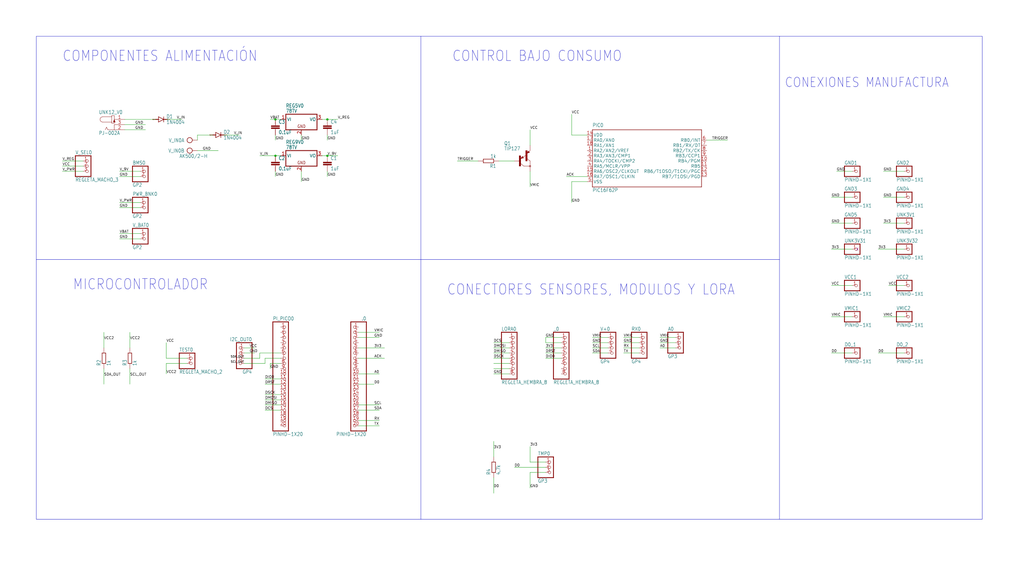
<source format=kicad_sch>
(kicad_sch (version 20250114) (generator "eeschema") (generator_version "9.0")
  (paper "User" 500.532 274.472)
  (lib_symbols
    (symbol "board1-eagle-import:1N4004"
      (property "Reference" "D" (at 2.54 0.4826 0))
      (symbol "1N4004_1_0"
        (polyline (pts (xy -1.27 1.27) (xy -1.27 0)) (stroke (width 0.254)))
        (polyline (pts (xy -1.27 0) (xy -2.54 0)) (stroke (width 0.254)))
        (polyline (pts (xy -1.27 0) (xy -1.27 -1.27)) (stroke (width 0.254)))
        (polyline (pts (xy -1.27 -1.27) (xy 1.27 0)) (stroke (width 0.254)))
        (polyline (pts (xy 1.27 1.27) (xy 1.27 0)) (stroke (width 0.254)))
        (polyline (pts (xy 1.27 0) (xy -1.27 1.27)) (stroke (width 0.254)))
        (polyline (pts (xy 1.27 0) (xy 1.27 -1.27)) (stroke (width 0.254)))
        (polyline (pts (xy 2.54 0) (xy 1.27 0)) (stroke (width 0.254)))
        (text "SpiceOrder 1" (at -2.54 0 0) (effects (font (size 0.4064 0.3454))))
        (text "SpiceOrder 2" (at 2.54 0 0) (effects (font (size 0.4064 0.3454))))
        (pin passive line (at -2.54 0 0) (length 0) (name "A") (number "A"))
        (pin passive line (at 2.54 0 180) (length 0) (name "C") (number "C"))
      )
    )
    (symbol "board1-eagle-import:78TV"
      (property "Reference" "IC" (at -7.62 5.715 0))
      (symbol "78TV_1_0"
        (polyline (pts (xy -7.62 2.54) (xy -7.62 -5.08)) (stroke (width 0.4064)))
        (polyline (pts (xy -7.62 -5.08) (xy 7.62 -5.08)) (stroke (width 0.4064)))
        (polyline (pts (xy 7.62 2.54) (xy -7.62 2.54)) (stroke (width 0.4064)))
        (polyline (pts (xy 7.62 -5.08) (xy 7.62 2.54)) (stroke (width 0.4064)))
        (text "GND" (at -2.032 -4.318 0) (effects (font (size 1.524 1.2954)) (justify left bottom)))
        (pin input line (at -10.16 0 0) (length 2.54) (name "VI") (number "1"))
        (pin passive line (at 0 -7.62 90) (length 2.54) (name "GND") (number "2"))
        (pin passive line (at 10.16 0 180) (length 2.54) (name "VO") (number "3"))
      )
    )
    (symbol "board1-eagle-import:AK500/2-H"
      (property "Reference" "X" (at -1.27 0.889 0))
      (symbol "AK500/2-H_1_0"
        (circle (center 1.27 0) (radius 1.27) (stroke (width 0.254)))
        (pin passive line (at 5.08 0 180) (length 2.54) (name "KL") (number "1"))
      )
      (symbol "AK500/2-H_2_0"
        (circle (center 1.27 0) (radius 1.27) (stroke (width 0.254)))
        (pin passive line (at 5.08 0 180) (length 2.54) (name "KL") (number "2"))
      )
    )
    (symbol "board1-eagle-import:C-EU025-024X044"
      (property "Reference" "C" (at 1.524 0.381 0))
      (symbol "C-EU025-024X044_1_0"
        (rectangle (start -2.032 -1.016) (end 2.032 -0.508) (fill (type outline)))
        (rectangle (start -2.032 -2.032) (end 2.032 -1.524) (fill (type outline)))
        (polyline (pts (xy 0 0) (xy 0 -0.508)) (stroke (width 0.1524)))
        (polyline (pts (xy 0 -2.54) (xy 0 -2.032)) (stroke (width 0.1524)))
        (pin passive line (at 0 2.54 270) (length 2.54) (name "1") (number "1"))
        (pin passive line (at 0 -5.08 90) (length 2.54) (name "2") (number "2"))
      )
    )
    (symbol "board1-eagle-import:PIC16F62P"
      (property "Reference" "IC" (at -25.4 13.97 0))
      (symbol "PIC16F62P_1_0"
        (polyline (pts (xy -25.4 12.7) (xy 27.94 12.7)) (stroke (width 0.254)))
        (polyline (pts (xy -25.4 -15.24) (xy -25.4 12.7)) (stroke (width 0.254)))
        (polyline (pts (xy 27.94 12.7) (xy 27.94 -15.24)) (stroke (width 0.254)))
        (polyline (pts (xy 27.94 -15.24) (xy -25.4 -15.24)) (stroke (width 0.254)))
        (pin power_in line (at -27.94 10.16 0) (length 2.54) (name "VDD") (number "14"))
        (pin bidirectional line (at -27.94 7.62 0) (length 2.54) (name "RA0/AN0") (number "17"))
        (pin bidirectional line (at -27.94 5.08 0) (length 2.54) (name "RA1/AN1") (number "18"))
        (pin bidirectional line (at -27.94 2.54 0) (length 2.54) (name "RA2/AN2/VREF") (number "1"))
        (pin bidirectional line (at -27.94 0 0) (length 2.54) (name "RA3/AN3/CMP1") (number "2"))
        (pin bidirectional line (at -27.94 -2.54 0) (length 2.54) (name "RA4/TOCKI/CMP2") (number "3"))
        (pin bidirectional line (at -27.94 -5.08 0) (length 2.54) (name "RA5/MCLR/VPP") (number "4"))
        (pin bidirectional line (at -27.94 -7.62 0) (length 2.54) (name "RA6/OSC2/CLKOUT") (number "15"))
        (pin bidirectional line (at -27.94 -10.16 0) (length 2.54) (name "RA7/OSC1/CLKIN") (number "16"))
        (pin power_in line (at -27.94 -12.7 0) (length 2.54) (name "VSS") (number "5"))
        (pin bidirectional line (at 30.48 7.62 180) (length 2.54) (name "RB0/INT") (number "6"))
        (pin bidirectional line (at 30.48 5.08 180) (length 2.54) (name "RB1/RX/DT") (number "7"))
        (pin bidirectional line (at 30.48 2.54 180) (length 2.54) (name "RB2/TX/CK") (number "8"))
        (pin bidirectional line (at 30.48 0 180) (length 2.54) (name "RB3/CCP1") (number "9"))
        (pin bidirectional line (at 30.48 -2.54 180) (length 2.54) (name "RB4/PGM") (number "10"))
        (pin bidirectional line (at 30.48 -5.08 180) (length 2.54) (name "RB5") (number "11"))
        (pin bidirectional line (at 30.48 -7.62 180) (length 2.54) (name "RB6/T1OSO/T1CKI/PGC") (number "12"))
        (pin bidirectional line (at 30.48 -10.16 180) (length 2.54) (name "RB7/T1OSI/PGD") (number "13"))
      )
    )
    (symbol "board1-eagle-import:PINHD-1X1"
      (property "Reference" "JP" (at -6.35 3.175 0))
      (symbol "PINHD-1X1_1_0"
        (polyline (pts (xy -6.35 2.54) (xy -6.35 -2.54)) (stroke (width 0.4064)))
        (polyline (pts (xy -6.35 -2.54) (xy 1.27 -2.54)) (stroke (width 0.4064)))
        (polyline (pts (xy 1.27 2.54) (xy -6.35 2.54)) (stroke (width 0.4064)))
        (polyline (pts (xy 1.27 -2.54) (xy 1.27 2.54)) (stroke (width 0.4064)))
        (pin passive inverted (at -2.54 0 0) (length 2.54) (name "1") (number "1"))
      )
    )
    (symbol "board1-eagle-import:PINHD-1X2"
      (property "Reference" "JP" (at -6.35 5.715 0))
      (symbol "PINHD-1X2_1_0"
        (polyline (pts (xy -6.35 5.08) (xy -6.35 -2.54)) (stroke (width 0.4064)))
        (polyline (pts (xy -6.35 -2.54) (xy 1.27 -2.54)) (stroke (width 0.4064)))
        (polyline (pts (xy 1.27 5.08) (xy -6.35 5.08)) (stroke (width 0.4064)))
        (polyline (pts (xy 1.27 -2.54) (xy 1.27 5.08)) (stroke (width 0.4064)))
        (pin passive inverted (at -2.54 2.54 0) (length 2.54) (name "1") (number "1"))
        (pin passive inverted (at -2.54 0 0) (length 2.54) (name "2") (number "2"))
      )
    )
    (symbol "board1-eagle-import:PINHD-1X20"
      (property "Reference" "JP" (at -6.35 26.035 0))
      (symbol "PINHD-1X20_1_0"
        (polyline (pts (xy -6.35 25.4) (xy -6.35 -27.94)) (stroke (width 0.4064)))
        (polyline (pts (xy -6.35 -27.94) (xy 1.27 -27.94)) (stroke (width 0.4064)))
        (polyline (pts (xy 1.27 25.4) (xy -6.35 25.4)) (stroke (width 0.4064)))
        (polyline (pts (xy 1.27 -27.94) (xy 1.27 25.4)) (stroke (width 0.4064)))
        (pin passive inverted (at -2.54 22.86 0) (length 2.54) (name "1") (number "1"))
        (pin passive inverted (at -2.54 20.32 0) (length 2.54) (name "2") (number "2"))
        (pin passive inverted (at -2.54 17.78 0) (length 2.54) (name "3") (number "3"))
        (pin passive inverted (at -2.54 15.24 0) (length 2.54) (name "4") (number "4"))
        (pin passive inverted (at -2.54 12.7 0) (length 2.54) (name "5") (number "5"))
        (pin passive inverted (at -2.54 10.16 0) (length 2.54) (name "6") (number "6"))
        (pin passive inverted (at -2.54 7.62 0) (length 2.54) (name "7") (number "7"))
        (pin passive inverted (at -2.54 5.08 0) (length 2.54) (name "8") (number "8"))
        (pin passive inverted (at -2.54 2.54 0) (length 2.54) (name "9") (number "9"))
        (pin passive inverted (at -2.54 0 0) (length 2.54) (name "10") (number "10"))
        (pin passive inverted (at -2.54 -2.54 0) (length 2.54) (name "11") (number "11"))
        (pin passive inverted (at -2.54 -5.08 0) (length 2.54) (name "12") (number "12"))
        (pin passive inverted (at -2.54 -7.62 0) (length 2.54) (name "13") (number "13"))
        (pin passive inverted (at -2.54 -10.16 0) (length 2.54) (name "14") (number "14"))
        (pin passive inverted (at -2.54 -12.7 0) (length 2.54) (name "15") (number "15"))
        (pin passive inverted (at -2.54 -15.24 0) (length 2.54) (name "16") (number "16"))
        (pin passive inverted (at -2.54 -17.78 0) (length 2.54) (name "17") (number "17"))
        (pin passive inverted (at -2.54 -20.32 0) (length 2.54) (name "18") (number "18"))
        (pin passive inverted (at -2.54 -22.86 0) (length 2.54) (name "19") (number "19"))
        (pin passive inverted (at -2.54 -25.4 0) (length 2.54) (name "20") (number "20"))
      )
    )
    (symbol "board1-eagle-import:PINHD-1X3"
      (property "Reference" "JP" (at -6.35 5.715 0))
      (symbol "PINHD-1X3_1_0"
        (polyline (pts (xy -6.35 5.08) (xy -6.35 -5.08)) (stroke (width 0.4064)))
        (polyline (pts (xy -6.35 -5.08) (xy 1.27 -5.08)) (stroke (width 0.4064)))
        (polyline (pts (xy 1.27 5.08) (xy -6.35 5.08)) (stroke (width 0.4064)))
        (polyline (pts (xy 1.27 -5.08) (xy 1.27 5.08)) (stroke (width 0.4064)))
        (pin passive inverted (at -2.54 2.54 0) (length 2.54) (name "1") (number "1"))
        (pin passive inverted (at -2.54 0 0) (length 2.54) (name "2") (number "2"))
        (pin passive inverted (at -2.54 -2.54 0) (length 2.54) (name "3") (number "3"))
      )
    )
    (symbol "board1-eagle-import:PINHD-1X4"
      (property "Reference" "JP" (at -6.35 8.255 0))
      (symbol "PINHD-1X4_1_0"
        (polyline (pts (xy -6.35 7.62) (xy -6.35 -5.08)) (stroke (width 0.4064)))
        (polyline (pts (xy -6.35 -5.08) (xy 1.27 -5.08)) (stroke (width 0.4064)))
        (polyline (pts (xy 1.27 7.62) (xy -6.35 7.62)) (stroke (width 0.4064)))
        (polyline (pts (xy 1.27 -5.08) (xy 1.27 7.62)) (stroke (width 0.4064)))
        (pin passive inverted (at -2.54 5.08 0) (length 2.54) (name "1") (number "1"))
        (pin passive inverted (at -2.54 2.54 0) (length 2.54) (name "2") (number "2"))
        (pin passive inverted (at -2.54 0 0) (length 2.54) (name "3") (number "3"))
        (pin passive inverted (at -2.54 -2.54 0) (length 2.54) (name "4") (number "4"))
      )
    )
    (symbol "board1-eagle-import:PINHD-1X8"
      (property "Reference" "JP" (at -6.35 13.335 0))
      (symbol "PINHD-1X8_1_0"
        (polyline (pts (xy -6.35 12.7) (xy -6.35 -10.16)) (stroke (width 0.4064)))
        (polyline (pts (xy -6.35 -10.16) (xy 1.27 -10.16)) (stroke (width 0.4064)))
        (polyline (pts (xy 1.27 12.7) (xy -6.35 12.7)) (stroke (width 0.4064)))
        (polyline (pts (xy 1.27 -10.16) (xy 1.27 12.7)) (stroke (width 0.4064)))
        (pin passive inverted (at -2.54 10.16 0) (length 2.54) (name "1") (number "1"))
        (pin passive inverted (at -2.54 7.62 0) (length 2.54) (name "2") (number "2"))
        (pin passive inverted (at -2.54 5.08 0) (length 2.54) (name "3") (number "3"))
        (pin passive inverted (at -2.54 2.54 0) (length 2.54) (name "4") (number "4"))
        (pin passive inverted (at -2.54 0 0) (length 2.54) (name "5") (number "5"))
        (pin passive inverted (at -2.54 -2.54 0) (length 2.54) (name "6") (number "6"))
        (pin passive inverted (at -2.54 -5.08 0) (length 2.54) (name "7") (number "7"))
        (pin passive inverted (at -2.54 -7.62 0) (length 2.54) (name "8") (number "8"))
      )
    )
    (symbol "board1-eagle-import:PJ-002A"
      (property "Reference" "J" (at -7.6211 5.0807 0))
      (symbol "PJ-002A_1_0"
        (polyline (pts (xy -5.715 3.81) (xy -1.27 3.81)) (stroke (width 0.1524)))
        (arc (start -5.715 1.27) (mid -6.985 2.54) (end -5.715 3.81) (stroke (width 0.1524)))
        (polyline (pts (xy -3.81 -1.27) (xy -4.445 -2.54)) (stroke (width 0.1524)))
        (polyline (pts (xy -3.175 -2.54) (xy -3.81 -1.27)) (stroke (width 0.1524)))
        (polyline (pts (xy -1.27 4.445) (xy -1.27 3.81)) (stroke (width 0.1524)))
        (polyline (pts (xy -1.27 3.81) (xy -1.27 1.27)) (stroke (width 0.1524)))
        (polyline (pts (xy -1.27 1.27) (xy -5.715 1.27)) (stroke (width 0.1524)))
        (polyline (pts (xy -1.27 1.27) (xy -1.27 0.635)) (stroke (width 0.1524)))
        (polyline (pts (xy -1.27 0.635) (xy 0 0.635)) (stroke (width 0.1524)))
        (polyline (pts (xy 0 4.445) (xy -1.27 4.445)) (stroke (width 0.1524)))
        (polyline (pts (xy 0 2.54) (xy -0.508 1.27) (xy 0.508 1.27)) (stroke (width 0.1524)) (fill (type outline)))
        (polyline (pts (xy 0 0.635) (xy 0 4.445)) (stroke (width 0.1524)))
        (polyline (pts (xy 0 0) (xy 0 -2.54)) (stroke (width 0.1524)))
        (polyline (pts (xy 0 -2.54) (xy -3.175 -2.54)) (stroke (width 0.1524)))
        (pin passive line (at 5.08 2.54 180) (length 5.08) (name "1") (number "1"))
        (pin passive line (at 5.08 0 180) (length 5.08) (name "3") (number "3"))
        (pin passive line (at 5.08 -2.54 180) (length 5.08) (name "2") (number "2"))
      )
    )
    (symbol "board1-eagle-import:R-EU_0204/7"
      (property "Reference" "R" (at -3.81 1.4986 0))
      (symbol "R-EU_0204/7_1_0"
        (polyline (pts (xy -2.54 -0.889) (xy -2.54 0.889)) (stroke (width 0.254)))
        (polyline (pts (xy -2.54 -0.889) (xy 2.54 -0.889)) (stroke (width 0.254)))
        (polyline (pts (xy 2.54 0.889) (xy -2.54 0.889)) (stroke (width 0.254)))
        (polyline (pts (xy 2.54 -0.889) (xy 2.54 0.889)) (stroke (width 0.254)))
        (pin passive line (at -5.08 0 0) (length 2.54) (name "1") (number "1"))
        (pin passive line (at 5.08 0 180) (length 2.54) (name "2") (number "2"))
      )
    )
    (symbol "board1-eagle-import:TIP125"
      (property "Reference" "Q" (at -7.62 7.62 0))
      (symbol "TIP125_1_0"
        (rectangle (start -0.254 -2.54) (end 0.508 2.54) (fill (type outline)))
        (polyline (pts (xy 0.508 1.143) (xy 1.878 1.497)) (stroke (width 0.1524)))
        (polyline (pts (xy 0.635 1.27) (xy 1.397 2.159)) (stroke (width 0.127)))
        (polyline (pts (xy 0.762 1.27) (xy 1.397 2.032)) (stroke (width 0.127)))
        (polyline (pts (xy 0.889 1.397) (xy 1.397 1.905)) (stroke (width 0.254)))
        (polyline (pts (xy 1.37 2.259) (xy 0.508 1.143)) (stroke (width 0.1524)))
        (polyline (pts (xy 1.397 2.159) (xy 1.778 1.524)) (stroke (width 0.127)))
        (polyline (pts (xy 1.397 2.032) (xy 1.651 1.651)) (stroke (width 0.127)))
        (polyline (pts (xy 1.397 1.905) (xy 1.397 1.778)) (stroke (width 0.254)))
        (polyline (pts (xy 1.608 1.843) (xy 2.586 2.486)) (stroke (width 0.1524)))
        (polyline (pts (xy 1.651 1.651) (xy 0.889 1.397)) (stroke (width 0.254)))
        (polyline (pts (xy 1.778 1.524) (xy 0.762 1.27)) (stroke (width 0.127)))
        (polyline (pts (xy 1.878 1.497) (xy 1.37 2.259)) (stroke (width 0.1524)))
        (polyline (pts (xy 2.032 -2.54) (xy 0.508 -1.27)) (stroke (width 0.1524)))
        (polyline (pts (xy 2.667 2.54) (xy 2.921 2.54)) (stroke (width 0.1524)))
        (rectangle (start 2.921 0) (end 3.683 5.08) (fill (type outline)))
        (polyline (pts (xy 3.683 3.81) (xy 4.799 4.191)) (stroke (width 0.1524)))
        (polyline (pts (xy 3.81 3.937) (xy 4.191 4.699)) (stroke (width 0.127)))
        (polyline (pts (xy 3.937 3.937) (xy 4.191 4.572)) (stroke (width 0.127)))
        (polyline (pts (xy 4.064 4.064) (xy 4.191 4.318)) (stroke (width 0.254)))
        (polyline (pts (xy 4.191 4.826) (xy 3.683 3.81)) (stroke (width 0.1524)))
        (polyline (pts (xy 4.191 4.699) (xy 4.699 4.191)) (stroke (width 0.127)))
        (polyline (pts (xy 4.191 4.572) (xy 4.572 4.191)) (stroke (width 0.254)))
        (polyline (pts (xy 4.191 4.318) (xy 4.318 4.318)) (stroke (width 0.254)))
        (polyline (pts (xy 4.483 4.51) (xy 5.026 5.026)) (stroke (width 0.1524)))
        (polyline (pts (xy 4.572 4.191) (xy 4.064 4.064)) (stroke (width 0.254)))
        (polyline (pts (xy 4.699 4.191) (xy 3.937 3.937)) (stroke (width 0.127)))
        (polyline (pts (xy 4.799 4.191) (xy 4.191 4.826)) (stroke (width 0.1524)))
        (polyline (pts (xy 5.08 0) (xy 3.429 1.27)) (stroke (width 0.1524)))
        (polyline (pts (xy 5.08 -2.54) (xy 2.032 -2.54)) (stroke (width 0.1524)))
        (polyline (pts (xy 5.08 -2.54) (xy 5.08 0)) (stroke (width 0.1524)))
        (circle (center 5.08 -2.54) (radius 0.381))
        (pin passive line (at -2.54 0 0) (length 2.54) (name "B") (number "1"))
        (pin passive line (at 5.08 7.62 270) (length 2.54) (name "E") (number "3"))
        (pin passive line (at 5.08 -5.08 90) (length 2.54) (name "C") (number "2"))
      )
    )
  )
  (text "CONECTORES SENSORES, MODULOS Y LORA" (at 218.44 144.78 0) (effects (font (size 5.08 4.318)) (justify left bottom)))
  (text "CONEXIONES MANUFACTURA" (at 383.54 43.18 0) (effects (font (size 4.572 3.8862)) (justify left bottom)))
  (text "CONTROL BAJO CONSUMO" (at 220.98 30.48 0) (effects (font (size 5.08 4.318)) (justify left bottom)))
  (text "MICROCONTROLADOR" (at 35.56 142.24 0) (effects (font (size 5.08 4.318)) (justify left bottom)))
  (text "COMPONENTES ALIMENTACIÓN" (at 30.48 30.48 0) (effects (font (size 5.08 4.318)) (justify left bottom)))
  (junction (at 160.02 76.2))
  (junction (at 134.62 76.2))
  (junction (at 134.62 58.42))
  (junction (at 160.02 58.42))
  (wire (pts (xy 241.3 233.68) (xy 241.3 241.3)) (stroke (width 0.1524)))
  (wire (pts (xy 68.58 86.36) (xy 58.42 86.36)) (stroke (width 0.1524)))
  (wire (pts (xy 157.48 76.2) (xy 160.02 76.2)) (stroke (width 0.1524)))
  (wire (pts (xy 175.26 175.26) (xy 187.96 175.26)) (stroke (width 0.1524)))
  (wire (pts (xy 312.42 167.64) (xy 304.8 167.64)) (stroke (width 0.1524)))
  (wire (pts (xy 274.32 172.72) (xy 266.7 172.72)) (stroke (width 0.1524)))
  (wire (pts (xy 330.2 167.64) (xy 322.58 167.64)) (stroke (width 0.1524)))
  (wire (pts (xy 81.28 58.42) (xy 88.9 58.42)) (stroke (width 0.1524)))
  (wire (pts (xy 279.4 66.04) (xy 279.4 55.88)) (stroke (width 0.1524)))
  (wire (pts (xy 248.92 182.88) (xy 241.3 182.88)) (stroke (width 0.1524)))
  (wire (pts (xy 60.96 58.42) (xy 76.2 58.42)) (stroke (width 0.1524)))
  (polyline (pts (xy 17.78 127) (xy 17.78 17.78)) (stroke (width 0.1524) (type solid)))
  (polyline (pts (xy 17.78 17.78) (xy 205.74 17.78)) (stroke (width 0.1524) (type solid)))
  (wire (pts (xy 137.16 200.66) (xy 129.54 200.66)) (stroke (width 0.1524)))
  (wire (pts (xy 259.08 83.82) (xy 259.08 91.44)) (stroke (width 0.1524)))
  (wire (pts (xy 137.16 193.04) (xy 129.54 193.04)) (stroke (width 0.1524)))
  (wire (pts (xy 134.62 66.04) (xy 134.62 68.58)) (stroke (width 0.1524)))
  (wire (pts (xy 416.56 154.94) (xy 406.4 154.94)) (stroke (width 0.1524)))
  (wire (pts (xy 96.52 73.66) (xy 106.68 73.66)) (stroke (width 0.1524)))
  (wire (pts (xy 312.42 170.18) (xy 304.8 170.18)) (stroke (width 0.1524)))
  (wire (pts (xy 330.2 170.18) (xy 322.58 170.18)) (stroke (width 0.1524)))
  (polyline (pts (xy 480.06 17.78) (xy 480.06 254)) (stroke (width 0.1524) (type solid)))
  (wire (pts (xy 63.5 180.34) (xy 63.5 187.96)) (stroke (width 0.1524)))
  (wire (pts (xy 63.5 170.18) (xy 63.5 162.56)) (stroke (width 0.1524)))
  (wire (pts (xy 137.16 185.42) (xy 129.54 185.42)) (stroke (width 0.1524)))
  (wire (pts (xy 175.26 182.88) (xy 185.42 182.88)) (stroke (width 0.1524)))
  (wire (pts (xy 243.84 78.74) (xy 251.46 78.74)) (stroke (width 0.1524)))
  (wire (pts (xy 259.08 71.12) (xy 259.08 63.5)) (stroke (width 0.1524)))
  (wire (pts (xy 134.62 76.2) (xy 127 76.2)) (stroke (width 0.1524)))
  (polyline (pts (xy 381 17.78) (xy 480.06 17.78)) (stroke (width 0.1524) (type solid)))
  (wire (pts (xy 248.92 172.72) (xy 241.3 172.72)) (stroke (width 0.1524)))
  (wire (pts (xy 287.02 66.04) (xy 279.4 66.04)) (stroke (width 0.1524)))
  (wire (pts (xy 160.02 83.82) (xy 160.02 86.36)) (stroke (width 0.1524)))
  (wire (pts (xy 175.26 165.1) (xy 185.42 165.1)) (stroke (width 0.1524)))
  (wire (pts (xy 274.32 170.18) (xy 266.7 170.18)) (stroke (width 0.1524)))
  (wire (pts (xy 266.7 231.14) (xy 259.08 231.14)) (stroke (width 0.1524)))
  (wire (pts (xy 137.16 195.58) (xy 129.54 195.58)) (stroke (width 0.1524)))
  (wire (pts (xy 134.62 58.42) (xy 132.08 58.42)) (stroke (width 0.1524)))
  (wire (pts (xy 68.58 99.06) (xy 58.42 99.06)) (stroke (width 0.1524)))
  (wire (pts (xy 60.96 60.96) (xy 71.12 60.96)) (stroke (width 0.1524)))
  (wire (pts (xy 248.92 177.8) (xy 241.3 177.8)) (stroke (width 0.1524)))
  (wire (pts (xy 241.3 223.52) (xy 241.3 215.9)) (stroke (width 0.1524)))
  (wire (pts (xy 248.92 180.34) (xy 241.3 180.34)) (stroke (width 0.1524)))
  (wire (pts (xy 416.56 172.72) (xy 406.4 172.72)) (stroke (width 0.1524)))
  (wire (pts (xy 129.54 177.8) (xy 129.54 175.26)) (stroke (width 0.1524)))
  (wire (pts (xy 137.16 187.96) (xy 129.54 187.96)) (stroke (width 0.1524)))
  (wire (pts (xy 233.68 78.74) (xy 223.52 78.74)) (stroke (width 0.1524)))
  (wire (pts (xy 312.42 172.72) (xy 304.8 172.72)) (stroke (width 0.1524)))
  (polyline (pts (xy 381 17.78) (xy 381 127)) (stroke (width 0.1524) (type solid)))
  (polyline (pts (xy 205.74 17.78) (xy 381 17.78)) (stroke (width 0.1524) (type solid)))
  (polyline (pts (xy 17.78 254) (xy 17.78 127)) (stroke (width 0.1524) (type solid)))
  (wire (pts (xy 287.02 88.9) (xy 279.4 88.9)) (stroke (width 0.1524)))
  (wire (pts (xy 175.26 162.56) (xy 185.42 162.56)) (stroke (width 0.1524)))
  (wire (pts (xy 96.52 68.58) (xy 96.52 66.04)) (stroke (width 0.1524)))
  (wire (pts (xy 274.32 175.26) (xy 266.7 175.26)) (stroke (width 0.1524)))
  (wire (pts (xy 160.02 58.42) (xy 165.1 58.42)) (stroke (width 0.1524)))
  (wire (pts (xy 40.64 81.28) (xy 30.48 81.28)) (stroke (width 0.1524)))
  (wire (pts (xy 175.26 205.74) (xy 185.42 205.74)) (stroke (width 0.1524)))
  (wire (pts (xy 266.7 167.64) (xy 274.32 167.64)) (stroke (width 0.1524)))
  (wire (pts (xy 119.38 170.18) (xy 124.46 170.18)) (stroke (width 0.1524)))
  (wire (pts (xy 416.56 121.92) (xy 406.4 121.92)) (stroke (width 0.1524)))
  (wire (pts (xy 137.16 76.2) (xy 134.62 76.2)) (stroke (width 0.1524)))
  (wire (pts (xy 441.96 139.7) (xy 434.34 139.7)) (stroke (width 0.1524)))
  (wire (pts (xy 416.56 96.52) (xy 406.4 96.52)) (stroke (width 0.1524)))
  (wire (pts (xy 157.48 58.42) (xy 160.02 58.42)) (stroke (width 0.1524)))
  (wire (pts (xy 175.26 198.12) (xy 185.42 198.12)) (stroke (width 0.1524)))
  (wire (pts (xy 68.58 114.3) (xy 58.42 114.3)) (stroke (width 0.1524)))
  (wire (pts (xy 441.96 154.94) (xy 431.8 154.94)) (stroke (width 0.1524)))
  (wire (pts (xy 160.02 66.04) (xy 160.02 68.58)) (stroke (width 0.1524)))
  (wire (pts (xy 266.7 226.06) (xy 259.08 226.06)) (stroke (width 0.1524)))
  (wire (pts (xy 147.32 66.04) (xy 147.32 68.58)) (stroke (width 0.1524)))
  (wire (pts (xy 416.56 139.7) (xy 406.4 139.7)) (stroke (width 0.1524)))
  (wire (pts (xy 137.16 58.42) (xy 134.62 58.42)) (stroke (width 0.1524)))
  (wire (pts (xy 266.7 165.1) (xy 266.7 167.64)) (stroke (width 0.1524)))
  (wire (pts (xy 147.32 83.82) (xy 147.32 88.9)) (stroke (width 0.1524)))
  (wire (pts (xy 175.26 208.28) (xy 185.42 208.28)) (stroke (width 0.1524)))
  (wire (pts (xy 40.64 83.82) (xy 30.48 83.82)) (stroke (width 0.1524)))
  (polyline (pts (xy 381 127) (xy 381 254)) (stroke (width 0.1524) (type solid)))
  (wire (pts (xy 248.92 170.18) (xy 241.3 170.18)) (stroke (width 0.1524)))
  (wire (pts (xy 132.08 177.8) (xy 132.08 180.34)) (stroke (width 0.1524)))
  (wire (pts (xy 50.8 170.18) (xy 50.8 162.56)) (stroke (width 0.1524)))
  (wire (pts (xy 297.18 170.18) (xy 289.56 170.18)) (stroke (width 0.1524)))
  (wire (pts (xy 248.92 175.26) (xy 241.3 175.26)) (stroke (width 0.1524)))
  (wire (pts (xy 287.02 86.36) (xy 276.86 86.36)) (stroke (width 0.1524)))
  (wire (pts (xy 81.28 177.8) (xy 81.28 182.88)) (stroke (width 0.1524)))
  (wire (pts (xy 312.42 165.1) (xy 304.8 165.1)) (stroke (width 0.1524)))
  (wire (pts (xy 137.16 177.8) (xy 132.08 177.8)) (stroke (width 0.1524)))
  (wire (pts (xy 68.58 101.6) (xy 58.42 101.6)) (stroke (width 0.1524)))
  (wire (pts (xy 40.64 78.74) (xy 30.48 78.74)) (stroke (width 0.1524)))
  (wire (pts (xy 297.18 165.1) (xy 289.56 165.1)) (stroke (width 0.1524)))
  (wire (pts (xy 60.96 63.5) (xy 71.12 63.5)) (stroke (width 0.1524)))
  (wire (pts (xy 297.18 167.64) (xy 289.56 167.64)) (stroke (width 0.1524)))
  (wire (pts (xy 160.02 76.2) (xy 165.1 76.2)) (stroke (width 0.1524)))
  (wire (pts (xy 96.52 66.04) (xy 104.14 66.04)) (stroke (width 0.1524)))
  (wire (pts (xy 91.44 175.26) (xy 81.28 175.26)) (stroke (width 0.1524)))
  (wire (pts (xy 441.96 96.52) (xy 431.8 96.52)) (stroke (width 0.1524)))
  (wire (pts (xy 127 172.72) (xy 137.16 172.72)) (stroke (width 0.1524)))
  (wire (pts (xy 134.62 83.82) (xy 134.62 86.36)) (stroke (width 0.1524)))
  (wire (pts (xy 175.26 170.18) (xy 187.96 170.18)) (stroke (width 0.1524)))
  (wire (pts (xy 259.08 226.06) (xy 259.08 218.44)) (stroke (width 0.1524)))
  (polyline (pts (xy 381 127) (xy 17.78 127)) (stroke (width 0.1524) (type solid)))
  (wire (pts (xy 416.56 83.82) (xy 408.94 83.82)) (stroke (width 0.1524)))
  (wire (pts (xy 109.22 66.04) (xy 116.84 66.04)) (stroke (width 0.1524)))
  (wire (pts (xy 330.2 165.1) (xy 322.58 165.1)) (stroke (width 0.1524)))
  (wire (pts (xy 119.38 175.26) (xy 127 175.26)) (stroke (width 0.1524)))
  (wire (pts (xy 68.58 116.84) (xy 58.42 116.84)) (stroke (width 0.1524)))
  (wire (pts (xy 259.08 231.14) (xy 259.08 238.76)) (stroke (width 0.1524)))
  (wire (pts (xy 441.96 109.22) (xy 431.8 109.22)) (stroke (width 0.1524)))
  (wire (pts (xy 175.26 187.96) (xy 182.88 187.96)) (stroke (width 0.1524)))
  (polyline (pts (xy 381 254) (xy 205.74 254)) (stroke (width 0.1524) (type solid)))
  (polyline (pts (xy 205.74 17.78) (xy 205.74 254)) (stroke (width 0.1524) (type solid)))
  (wire (pts (xy 127 175.26) (xy 127 172.72)) (stroke (width 0.1524)))
  (wire (pts (xy 119.38 172.72) (xy 124.46 172.72)) (stroke (width 0.1524)))
  (polyline (pts (xy 480.06 254) (xy 381 254)) (stroke (width 0.1524) (type solid)))
  (wire (pts (xy 441.96 83.82) (xy 431.8 83.82)) (stroke (width 0.1524)))
  (wire (pts (xy 266.7 228.6) (xy 251.46 228.6)) (stroke (width 0.1524)))
  (wire (pts (xy 175.26 200.66) (xy 185.42 200.66)) (stroke (width 0.1524)))
  (wire (pts (xy 50.8 180.34) (xy 50.8 187.96)) (stroke (width 0.1524)))
  (wire (pts (xy 68.58 83.82) (xy 58.42 83.82)) (stroke (width 0.1524)))
  (wire (pts (xy 441.96 172.72) (xy 429.26 172.72)) (stroke (width 0.1524)))
  (wire (pts (xy 129.54 175.26) (xy 137.16 175.26)) (stroke (width 0.1524)))
  (wire (pts (xy 119.38 177.8) (xy 129.54 177.8)) (stroke (width 0.1524)))
  (polyline (pts (xy 205.74 254) (xy 17.78 254)) (stroke (width 0.1524) (type solid)))
  (wire (pts (xy 274.32 165.1) (xy 266.7 165.1)) (stroke (width 0.1524)))
  (wire (pts (xy 345.44 68.58) (xy 355.6 68.58)) (stroke (width 0.1524)))
  (wire (pts (xy 137.16 198.12) (xy 129.54 198.12)) (stroke (width 0.1524)))
  (wire (pts (xy 416.56 109.22) (xy 406.4 109.22)) (stroke (width 0.1524)))
  (wire (pts (xy 248.92 167.64) (xy 241.3 167.64)) (stroke (width 0.1524)))
  (wire (pts (xy 81.28 175.26) (xy 81.28 167.64)) (stroke (width 0.1524)))
  (wire (pts (xy 91.44 177.8) (xy 81.28 177.8)) (stroke (width 0.1524)))
  (wire (pts (xy 441.96 121.92) (xy 429.26 121.92)) (stroke (width 0.1524)))
  (wire (pts (xy 279.4 88.9) (xy 279.4 99.06)) (stroke (width 0.1524)))
  (wire (pts (xy 297.18 172.72) (xy 289.56 172.72)) (stroke (width 0.1524)))
  (label "DIO0" (at 129.54 185.42 0) (effects (font (size 1.2446 1.2446))))
  (label "DMOSI" (at 241.3 170.18 0) (effects (font (size 1.2446 1.2446))))
  (label "GND" (at 304.8 167.64 0) (effects (font (size 1.2446 1.2446))))
  (label "GND" (at 132.08 180.34 0) (effects (font (size 1.2446 1.2446))))
  (label "GND" (at 99.06 73.66 0) (effects (font (size 1.2446 1.2446))))
  (label "3V3" (at 431.8 109.22 0) (effects (font (size 1.2446 1.2446))))
  (label "A0" (at 322.58 170.18 0) (effects (font (size 1.2446 1.2446))))
  (label "GND" (at 58.42 101.6 0) (effects (font (size 1.2446 1.2446))))
  (label "SDA_OUT" (at 50.8 184.15 0) (effects (font (size 1.2446 1.2446))))
  (label "GND" (at 160.02 68.58 0) (effects (font (size 1.2446 1.2446))))
  (label "TX" (at 182.88 208.28 0) (effects (font (size 1.2446 1.2446))))
  (label "GND" (at 121.92 172.72 0) (effects (font (size 1.2446 1.2446))))
  (label "GND" (at 322.58 167.64 0) (effects (font (size 1.2446 1.2446))))
  (label "GND" (at 289.56 167.64 0) (effects (font (size 1.2446 1.2446))))
  (label "DRST" (at 266.7 172.72 0) (effects (font (size 1.2446 1.2446))))
  (label "3V3" (at 182.88 170.18 0) (effects (font (size 1.2446 1.2446))))
  (label "D0" (at 251.46 228.6 0) (effects (font (size 1.2446 1.2446))))
  (label "DSCK" (at 129.54 193.04 0) (effects (font (size 1.2446 1.2446))))
  (label "3V3" (at 429.26 121.92 0) (effects (font (size 1.2446 1.2446))))
  (label "GND" (at 406.4 109.22 0) (effects (font (size 1.2446 1.2446))))
  (label "TX" (at 304.8 172.72 0) (effects (font (size 1.2446 1.2446))))
  (label "GND" (at 259.08 238.76 0) (effects (font (size 1.2446 1.2446))))
  (label "V_PWR" (at 58.42 99.06 0) (effects (font (size 1.2446 1.2446))))
  (label "VCC" (at 121.92 170.18 0) (effects (font (size 1.2446 1.2446))))
  (label "3V3" (at 406.4 121.92 0) (effects (font (size 1.2446 1.2446))))
  (label "D0" (at 182.88 187.96 0) (effects (font (size 1.2446 1.2446))))
  (label "VBAT" (at 58.42 114.3 0) (effects (font (size 1.2446 1.2446))))
  (label "TRIGGER" (at 347.98 68.58 0) (effects (font (size 1.2446 1.2446))))
  (label "SDA_OUT" (at 119.38 175.26 180) (effects (font (size 1.016 1.016))))
  (label "D0" (at 406.4 172.72 0) (effects (font (size 1.2446 1.2446))))
  (label "DSCK" (at 241.3 175.26 0) (effects (font (size 1.2446 1.2446))))
  (label "3V3" (at 266.7 170.18 0) (effects (font (size 1.2446 1.2446))))
  (label "GND" (at 182.88 165.1 0) (effects (font (size 1.2446 1.2446))))
  (label "3V3" (at 241.3 219.71 0) (effects (font (size 1.2446 1.2446))))
  (label "GND" (at 406.4 96.52 0) (effects (font (size 1.2446 1.2446))))
  (label "GND" (at 66.04 60.96 0) (effects (font (size 1.2446 1.2446))))
  (label "VCC" (at 30.48 81.28 0) (effects (font (size 1.2446 1.2446))))
  (label "VCC" (at 259.08 63.5 0) (effects (font (size 1.2446 1.2446))))
  (label "V_9V" (at 160.02 76.2 0) (effects (font (size 1.2446 1.2446))))
  (label "TRIGGER" (at 223.52 78.74 0) (effects (font (size 1.2446 1.2446))))
  (label "GND" (at 134.62 68.58 0) (effects (font (size 1.2446 1.2446))))
  (label "ACK" (at 182.88 175.26 0) (effects (font (size 1.2446 1.2446))))
  (label "V_IN" (at 127 76.2 0) (effects (font (size 1.2446 1.2446))))
  (label "VMIC" (at 322.58 165.1 0) (effects (font (size 1.2446 1.2446))))
  (label "SCL_OUT" (at 63.5 184.15 0) (effects (font (size 1.2446 1.2446))))
  (label "GND" (at 408.94 83.82 0) (effects (font (size 1.2446 1.2446))))
  (label "VCC2" (at 63.5 166.37 0) (effects (font (size 1.2446 1.2446))))
  (label "VCC" (at 81.28 167.64 0) (effects (font (size 1.2446 1.2446))))
  (label "DRST" (at 129.54 187.96 0) (effects (font (size 1.2446 1.2446))))
  (label "GND" (at 134.62 86.36 0) (effects (font (size 1.2446 1.2446))))
  (label "VMIC" (at 406.4 154.94 0) (effects (font (size 1.2446 1.2446))))
  (label "VCC" (at 406.4 139.7 0) (effects (font (size 1.2446 1.2446))))
  (label "GND" (at 58.42 116.84 0) (effects (font (size 1.2446 1.2446))))
  (label "V_REG" (at 30.48 78.74 0) (effects (font (size 1.2446 1.2446))))
  (label "GND" (at 147.32 88.9 0) (effects (font (size 1.2446 1.2446))))
  (label "RX" (at 182.88 205.74 0) (effects (font (size 1.2446 1.2446))))
  (label "GND" (at 279.4 99.06 0) (effects (font (size 1.2446 1.2446))))
  (label "V_PWR" (at 30.48 83.82 0) (effects (font (size 1.2446 1.2446))))
  (label "GND" (at 147.32 68.58 0) (effects (font (size 1.2446 1.2446))))
  (label "V_IN" (at 86.36 58.42 0) (effects (font (size 1.2446 1.2446))))
  (label "SCL" (at 182.88 198.12 0) (effects (font (size 1.2446 1.2446))))
  (label "V_IN" (at 114.3 66.04 0) (effects (font (size 1.2446 1.2446))))
  (label "GND" (at 160.02 86.36 0) (effects (font (size 1.2446 1.2446))))
  (label "RX" (at 304.8 170.18 0) (effects (font (size 1.2446 1.2446))))
  (label "VMIC" (at 289.56 165.1 0) (effects (font (size 1.2446 1.2446))))
  (label "VBAT" (at 132.08 58.42 0) (effects (font (size 1.2446 1.2446))))
  (label "ACK" (at 276.86 86.36 0) (effects (font (size 1.2446 1.2446))))
  (label "GND" (at 431.8 83.82 0) (effects (font (size 1.2446 1.2446))))
  (label "VMIC" (at 259.08 91.44 0) (effects (font (size 1.2446 1.2446))))
  (label "DCS" (at 241.3 167.64 0) (effects (font (size 1.2446 1.2446))))
  (label "VCC" (at 279.4 55.88 0) (effects (font (size 1.2446 1.2446))))
  (label "DMISO" (at 241.3 172.72 0) (effects (font (size 1.2446 1.2446))))
  (label "DMISO" (at 129.54 198.12 0) (effects (font (size 1.2446 1.2446))))
  (label "DIO0" (at 266.7 175.26 0) (effects (font (size 1.2446 1.2446))))
  (label "V_9V" (at 58.42 83.82 0) (effects (font (size 1.2446 1.2446))))
  (label "SDA" (at 289.56 172.72 0) (effects (font (size 1.2446 1.2446))))
  (label "VCC" (at 434.34 139.7 0) (effects (font (size 1.2446 1.2446))))
  (label "A0" (at 182.88 182.88 0) (effects (font (size 1.2446 1.2446))))
  (label "VMIC" (at 304.8 165.1 0) (effects (font (size 1.2446 1.2446))))
  (label "GND" (at 241.3 182.88 0) (effects (font (size 1.2446 1.2446))))
  (label "DCS" (at 129.54 200.66 0) (effects (font (size 1.2446 1.2446))))
  (label "GND" (at 66.04 63.5 0) (effects (font (size 1.2446 1.2446))))
  (label "VCC2" (at 50.8 166.37 0) (effects (font (size 1.2446 1.2446))))
  (label "V_REG" (at 165.1 58.42 0) (effects (font (size 1.2446 1.2446))))
  (label "GND" (at 431.8 96.52 0) (effects (font (size 1.2446 1.2446))))
  (label "GND" (at 58.42 86.36 0) (effects (font (size 1.2446 1.2446))))
  (label "D0" (at 241.3 238.76 0) (effects (font (size 1.2446 1.2446))))
  (label "VMIC" (at 431.8 154.94 0) (effects (font (size 1.2446 1.2446))))
  (label "VMIC" (at 182.88 162.56 0) (effects (font (size 1.2446 1.2446))))
  (label "GND" (at 266.7 165.1 0) (effects (font (size 1.2446 1.2446))))
  (label "D0" (at 429.26 172.72 0) (effects (font (size 1.2446 1.2446))))
  (label "SCL" (at 289.56 170.18 0) (effects (font (size 1.2446 1.2446))))
  (label "SCL_OUT" (at 119.38 177.8 180) (effects (font (size 1.016 1.016))))
  (label "3V3" (at 259.08 218.44 0) (effects (font (size 1.2446 1.2446))))
  (label "VCC2" (at 81.28 182.88 0) (effects (font (size 1.2446 1.2446))))
  (label "SDA" (at 182.88 200.66 0) (effects (font (size 1.2446 1.2446))))
  (label "DMOSI" (at 129.54 195.58 0) (effects (font (size 1.2446 1.2446))))
  (symbol (lib_id "board1-eagle-import:PINHD-1X1") (at 419.1 96.52 0) (unit 1)
    (property "Reference" "GND3" (at 412.75 93.345 0) (effects (font (size 1.778 1.5113)) (justify left bottom)))
    (property "Value" "PINHD-1X1" (at 412.75 101.6 0) (effects (font (size 1.778 1.5113)) (justify left bottom)))
    (property "Footprint" "board1:1X01" (effects (hide yes)))
  )
  (symbol (lib_id "board1-eagle-import:R-EU_0204/7") (at 238.76 78.74 180) (unit 1)
    (property "Reference" "R1" (at 242.57 80.2386 0) (effects (font (size 1.778 1.5113)) (justify left bottom)))
    (property "Value" "1k" (at 242.57 75.438 0) (effects (font (size 1.778 1.5113)) (justify left bottom)))
    (property "Footprint" "board1:0204_7" (effects (hide yes)))
  )
  (symbol (lib_id "board1-eagle-import:PINHD-1X1") (at 419.1 109.22 0) (unit 1)
    (property "Reference" "GND5" (at 412.75 106.045 0) (effects (font (size 1.778 1.5113)) (justify left bottom)))
    (property "Value" "PINHD-1X1" (at 412.75 114.3 0) (effects (font (size 1.778 1.5113)) (justify left bottom)))
    (property "Footprint" "board1:1X01" (effects (hide yes)))
  )
  (symbol (lib_id "board1-eagle-import:78TV") (at 147.32 58.42 0) (unit 1)
    (property "Reference" "REG5V0" (at 139.7 52.705 0) (effects (font (size 1.778 1.5113)) (justify left bottom)))
    (property "Value" "78TV" (at 139.7 55.245 0) (effects (font (size 1.778 1.5113)) (justify left bottom)))
    (property "Footprint" "board1:TO220V" (effects (hide yes)))
  )
  (symbol (lib_id "board1-eagle-import:PINHD-1X1") (at 444.5 109.22 0) (unit 1)
    (property "Reference" "UNK3V1" (at 438.15 106.045 0) (effects (font (size 1.778 1.5113)) (justify left bottom)))
    (property "Value" "PINHD-1X1" (at 438.15 114.3 0) (effects (font (size 1.778 1.5113)) (justify left bottom)))
    (property "Footprint" "board1:1X01" (effects (hide yes)))
  )
  (symbol (lib_id "board1-eagle-import:PINHD-1X1") (at 444.5 172.72 0) (unit 1)
    (property "Reference" "D0_2" (at 438.15 169.545 0) (effects (font (size 1.778 1.5113)) (justify left bottom)))
    (property "Value" "PINHD-1X1" (at 438.15 177.8 0) (effects (font (size 1.778 1.5113)) (justify left bottom)))
    (property "Footprint" "board1:1X01" (effects (hide yes)))
  )
  (symbol (lib_id "board1-eagle-import:PINHD-1X20") (at 172.72 182.88 0) (mirror y) (unit 1)
    (property "Reference" ".0" (at 179.07 156.845 0) (effects (font (size 1.778 1.5113)) (justify left bottom)))
    (property "Value" "PINHD-1X20" (at 179.07 213.36 0) (effects (font (size 1.778 1.5113)) (justify left bottom)))
    (property "Footprint" "board1:1X20" (effects (hide yes)))
  )
  (symbol (lib_id "board1-eagle-import:PIC16F62P") (at 314.96 76.2 0) (unit 1)
    (property "Reference" "PIC0" (at 289.56 62.23 0) (effects (font (size 1.778 1.5113)) (justify left bottom)))
    (property "Value" "PIC16F62P" (at 289.56 93.98 0) (effects (font (size 1.778 1.5113)) (justify left bottom)))
    (property "Footprint" "board1:DIL18" (effects (hide yes)))
  )
  (symbol (lib_id "board1-eagle-import:PINHD-1X8") (at 251.46 175.26 0) (unit 1)
    (property "Reference" "LORA0" (at 245.11 161.925 0) (effects (font (size 1.778 1.5113)) (justify left bottom)))
    (property "Value" "REGLETA_HEMBRA_8" (at 245.11 187.96 0) (effects (font (size 1.778 1.5113)) (justify left bottom)))
    (property "Footprint" "board1:1X08" (effects (hide yes)))
  )
  (symbol (lib_id "board1-eagle-import:R-EU_0204/7") (at 50.8 175.26 90) (unit 1)
    (property "Reference" "R2" (at 49.3014 179.07 0) (effects (font (size 1.778 1.5113)) (justify left bottom)))
    (property "Value" "1k" (at 54.102 179.07 0) (effects (font (size 1.778 1.5113)) (justify left bottom)))
    (property "Footprint" "board1:0204_7" (effects (hide yes)))
  )
  (symbol (lib_id "board1-eagle-import:PINHD-1X2") (at 71.12 116.84 0) (unit 1)
    (property "Reference" "V_BAT0" (at 64.77 111.125 0) (effects (font (size 1.778 1.5113)) (justify left bottom)))
    (property "Value" "GP2" (at 64.77 121.92 0) (effects (font (size 1.778 1.5113)) (justify left bottom)))
    (property "Footprint" "board1:1X02" (effects (hide yes)))
  )
  (symbol (lib_id "board1-eagle-import:PINHD-1X20") (at 139.7 182.88 0) (unit 1)
    (property "Reference" "PI_PICO0" (at 133.35 156.845 0) (effects (font (size 1.778 1.5113)) (justify left bottom)))
    (property "Value" "PINHD-1X20" (at 133.35 213.36 0) (effects (font (size 1.778 1.5113)) (justify left bottom)))
    (property "Footprint" "board1:1X20" (effects (hide yes)))
  )
  (symbol (lib_id "board1-eagle-import:PINHD-1X3") (at 43.18 81.28 0) (unit 1)
    (property "Reference" "V_SEL0" (at 36.83 75.565 0) (effects (font (size 1.778 1.5113)) (justify left bottom)))
    (property "Value" "REGLETA_MACHO_3" (at 36.83 88.9 0) (effects (font (size 1.778 1.5113)) (justify left bottom)))
    (property "Footprint" "board1:1X03" (effects (hide yes)))
  )
  (symbol (lib_id "board1-eagle-import:AK500/2-H") (at 91.44 68.58 0) (unit 1)
    (property "Reference" "V_IN0" (at 90.17 67.691 0) (effects (font (size 1.778 1.5113)) (justify right top)))
    (property "Value" "AK500/2-H" (effects (hide yes)))
    (property "Footprint" "board1:AK500_2-H" (effects (hide yes)))
  )
  (symbol (lib_id "board1-eagle-import:PINHD-1X1") (at 444.5 121.92 0) (unit 1)
    (property "Reference" "UNK3V32" (at 438.15 118.745 0) (effects (font (size 1.778 1.5113)) (justify left bottom)))
    (property "Value" "PINHD-1X1" (at 438.15 127 0) (effects (font (size 1.778 1.5113)) (justify left bottom)))
    (property "Footprint" "board1:1X01" (effects (hide yes)))
  )
  (symbol (lib_id "board1-eagle-import:R-EU_0204/7") (at 241.3 228.6 90) (unit 1)
    (property "Reference" "R4" (at 239.8014 232.41 0) (effects (font (size 1.778 1.5113)) (justify left bottom)))
    (property "Value" "4.7k" (at 244.602 232.41 0) (effects (font (size 1.778 1.5113)) (justify left bottom)))
    (property "Footprint" "board1:0204_7" (effects (hide yes)))
  )
  (symbol (lib_id "board1-eagle-import:PINHD-1X4") (at 116.84 175.26 0) (mirror y) (unit 1)
    (property "Reference" "I2C_OUT0" (at 123.19 167.005 0) (effects (font (size 1.778 1.5113)) (justify left bottom)))
    (property "Value" "GP4" (at 123.19 182.88 0) (effects (font (size 1.778 1.5113)) (justify left bottom)))
    (property "Footprint" "board1:1X04" (effects (hide yes)))
  )
  (symbol (lib_id "board1-eagle-import:1N4004") (at 78.74 58.42 0) (unit 1)
    (property "Reference" "D1" (at 81.28 57.9374 0) (effects (font (size 1.778 1.5113)) (justify left bottom)))
    (property "Value" "1N4004" (at 81.28 60.7314 0) (effects (font (size 1.778 1.5113)) (justify left bottom)))
    (property "Footprint" "board1:DO41-10" (effects (hide yes)))
  )
  (symbol (lib_id "board1-eagle-import:PINHD-1X2") (at 71.12 86.36 0) (unit 1)
    (property "Reference" "BMS0" (at 64.77 80.645 0) (effects (font (size 1.778 1.5113)) (justify left bottom)))
    (property "Value" "GP2" (at 64.77 91.44 0) (effects (font (size 1.778 1.5113)) (justify left bottom)))
    (property "Footprint" "board1:1X02" (effects (hide yes)))
  )
  (symbol (lib_id "board1-eagle-import:PINHD-1X2") (at 93.98 177.8 0) (unit 1)
    (property "Reference" "TEST0" (at 87.63 172.085 0) (effects (font (size 1.778 1.5113)) (justify left bottom)))
    (property "Value" "REGLETA_MACHO_2" (at 87.63 182.88 0) (effects (font (size 1.778 1.5113)) (justify left bottom)))
    (property "Footprint" "board1:1X02" (effects (hide yes)))
  )
  (symbol (lib_id "board1-eagle-import:TIP125") (at 254 78.74 0) (unit 1)
    (property "Reference" "Q1" (at 246.38 71.12 0) (effects (font (size 1.778 1.5113)) (justify left bottom)))
    (property "Value" "TIP127" (at 246.38 73.66 0) (effects (font (size 1.778 1.5113)) (justify left bottom)))
    (property "Footprint" "board1:TO220" (effects (hide yes)))
  )
  (symbol (lib_id "board1-eagle-import:PINHD-1X1") (at 419.1 172.72 0) (unit 1)
    (property "Reference" "D0_1" (at 412.75 169.545 0) (effects (font (size 1.778 1.5113)) (justify left bottom)))
    (property "Value" "PINHD-1X1" (at 412.75 177.8 0) (effects (font (size 1.778 1.5113)) (justify left bottom)))
    (property "Footprint" "board1:1X01" (effects (hide yes)))
  )
  (symbol (lib_id "board1-eagle-import:R-EU_0204/7") (at 63.5 175.26 90) (unit 1)
    (property "Reference" "R3" (at 62.0014 179.07 0) (effects (font (size 1.778 1.5113)) (justify left bottom)))
    (property "Value" "1k" (at 66.802 179.07 0) (effects (font (size 1.778 1.5113)) (justify left bottom)))
    (property "Footprint" "board1:0204_7" (effects (hide yes)))
  )
  (symbol (lib_id "board1-eagle-import:PINHD-1X1") (at 444.5 139.7 0) (unit 1)
    (property "Reference" "VCC2" (at 438.15 136.525 0) (effects (font (size 1.778 1.5113)) (justify left bottom)))
    (property "Value" "PINHD-1X1" (at 438.15 144.78 0) (effects (font (size 1.778 1.5113)) (justify left bottom)))
    (property "Footprint" "board1:1X01" (effects (hide yes)))
  )
  (symbol (lib_id "board1-eagle-import:AK500/2-H") (at 91.44 73.66 0) (unit 2)
    (property "Reference" "V_IN0" (at 90.17 72.771 0) (effects (font (size 1.778 1.5113)) (justify right top)))
    (property "Value" "AK500/2-H" (at 87.63 77.343 0) (effects (font (size 1.778 1.5113)) (justify left bottom)))
    (property "Footprint" "board1:AK500_2-H" (effects (hide yes)))
  )
  (symbol (lib_id "board1-eagle-import:78TV") (at 147.32 76.2 0) (unit 1)
    (property "Reference" "REG9V0" (at 139.7 70.485 0) (effects (font (size 1.778 1.5113)) (justify left bottom)))
    (property "Value" "78TV" (at 139.7 73.025 0) (effects (font (size 1.778 1.5113)) (justify left bottom)))
    (property "Footprint" "board1:TO220V" (effects (hide yes)))
  )
  (symbol (lib_id "board1-eagle-import:PINHD-1X1") (at 419.1 154.94 0) (unit 1)
    (property "Reference" "VMIC1" (at 412.75 151.765 0) (effects (font (size 1.778 1.5113)) (justify left bottom)))
    (property "Value" "PINHD-1X1" (at 412.75 160.02 0) (effects (font (size 1.778 1.5113)) (justify left bottom)))
    (property "Footprint" "board1:1X01" (effects (hide yes)))
  )
  (symbol (lib_id "board1-eagle-import:PINHD-1X1") (at 444.5 83.82 0) (unit 1)
    (property "Reference" "GND2" (at 438.15 80.645 0) (effects (font (size 1.778 1.5113)) (justify left bottom)))
    (property "Value" "PINHD-1X1" (at 438.15 88.9 0) (effects (font (size 1.778 1.5113)) (justify left bottom)))
    (property "Footprint" "board1:1X01" (effects (hide yes)))
  )
  (symbol (lib_id "board1-eagle-import:PINHD-1X3") (at 332.74 167.64 0) (unit 1)
    (property "Reference" "A0" (at 326.39 161.925 0) (effects (font (size 1.778 1.5113)) (justify left bottom)))
    (property "Value" "GP3" (at 326.39 175.26 0) (effects (font (size 1.778 1.5113)) (justify left bottom)))
    (property "Footprint" "board1:1X03" (effects (hide yes)))
  )
  (symbol (lib_id "board1-eagle-import:C-EU025-024X044") (at 160.02 78.74 0) (unit 1)
    (property "Reference" "C1" (at 161.544 78.359 0) (effects (font (size 1.778 1.5113)) (justify left bottom)))
    (property "Value" "1uF" (at 161.544 83.439 0) (effects (font (size 1.778 1.5113)) (justify left bottom)))
    (property "Footprint" "board1:C025-024X044" (effects (hide yes)))
  )
  (symbol (lib_id "board1-eagle-import:PINHD-1X1") (at 444.5 96.52 0) (unit 1)
    (property "Reference" "GND4" (at 438.15 93.345 0) (effects (font (size 1.778 1.5113)) (justify left bottom)))
    (property "Value" "PINHD-1X1" (at 438.15 101.6 0) (effects (font (size 1.778 1.5113)) (justify left bottom)))
    (property "Footprint" "board1:1X01" (effects (hide yes)))
  )
  (symbol (lib_id "board1-eagle-import:PINHD-1X1") (at 444.5 154.94 0) (unit 1)
    (property "Reference" "VMIC2" (at 438.15 151.765 0) (effects (font (size 1.778 1.5113)) (justify left bottom)))
    (property "Value" "PINHD-1X1" (at 438.15 160.02 0) (effects (font (size 1.778 1.5113)) (justify left bottom)))
    (property "Footprint" "board1:1X01" (effects (hide yes)))
  )
  (symbol (lib_id "board1-eagle-import:PINHD-1X3") (at 269.24 228.6 0) (unit 1)
    (property "Reference" "TMP0" (at 262.89 222.885 0) (effects (font (size 1.778 1.5113)) (justify left bottom)))
    (property "Value" "GP3" (at 262.89 236.22 0) (effects (font (size 1.778 1.5113)) (justify left bottom)))
    (property "Footprint" "board1:1X03" (effects (hide yes)))
  )
  (symbol (lib_id "board1-eagle-import:PINHD-1X4") (at 299.72 170.18 0) (unit 1)
    (property "Reference" "V+0" (at 293.37 161.925 0) (effects (font (size 1.778 1.5113)) (justify left bottom)))
    (property "Value" "GP4" (at 293.37 177.8 0) (effects (font (size 1.778 1.5113)) (justify left bottom)))
    (property "Footprint" "board1:1X04" (effects (hide yes)))
  )
  (symbol (lib_id "board1-eagle-import:PINHD-1X2") (at 71.12 101.6 0) (unit 1)
    (property "Reference" "PWR_BNK0" (at 64.77 95.885 0) (effects (font (size 1.778 1.5113)) (justify left bottom)))
    (property "Value" "GP2" (at 64.77 106.68 0) (effects (font (size 1.778 1.5113)) (justify left bottom)))
    (property "Footprint" "board1:1X02" (effects (hide yes)))
  )
  (symbol (lib_id "board1-eagle-import:PINHD-1X8") (at 276.86 175.26 0) (unit 1)
    (property "Reference" "_0" (at 270.51 161.925 0) (effects (font (size 1.778 1.5113)) (justify left bottom)))
    (property "Value" "REGLETA_HEMBRA_8" (at 270.51 187.96 0) (effects (font (size 1.778 1.5113)) (justify left bottom)))
    (property "Footprint" "board1:1X08" (effects (hide yes)))
  )
  (symbol (lib_id "board1-eagle-import:PINHD-1X4") (at 314.96 170.18 0) (unit 1)
    (property "Reference" "RX0" (at 308.61 161.925 0) (effects (font (size 1.778 1.5113)) (justify left bottom)))
    (property "Value" "GP4" (at 308.61 177.8 0) (effects (font (size 1.778 1.5113)) (justify left bottom)))
    (property "Footprint" "board1:1X04" (effects (hide yes)))
  )
  (symbol (lib_id "board1-eagle-import:C-EU025-024X044") (at 134.62 78.74 0) (unit 1)
    (property "Reference" "C2" (at 136.144 78.359 0) (effects (font (size 1.778 1.5113)) (justify left bottom)))
    (property "Value" "0.1uF" (at 136.144 83.439 0) (effects (font (size 1.778 1.5113)) (justify left bottom)))
    (property "Footprint" "board1:C025-024X044" (effects (hide yes)))
  )
  (symbol (lib_id "board1-eagle-import:1N4004") (at 106.68 66.04 0) (unit 1)
    (property "Reference" "D2" (at 109.22 65.5574 0) (effects (font (size 1.778 1.5113)) (justify left bottom)))
    (property "Value" "1N4004" (at 109.22 68.3514 0) (effects (font (size 1.778 1.5113)) (justify left bottom)))
    (property "Footprint" "board1:DO41-10" (effects (hide yes)))
  )
  (symbol (lib_id "board1-eagle-import:PINHD-1X1") (at 419.1 139.7 0) (unit 1)
    (property "Reference" "VCC1" (at 412.75 136.525 0) (effects (font (size 1.778 1.5113)) (justify left bottom)))
    (property "Value" "PINHD-1X1" (at 412.75 144.78 0) (effects (font (size 1.778 1.5113)) (justify left bottom)))
    (property "Footprint" "board1:1X01" (effects (hide yes)))
  )
  (symbol (lib_id "board1-eagle-import:C-EU025-024X044") (at 160.02 60.96 0) (unit 1)
    (property "Reference" "C4" (at 161.544 60.579 0) (effects (font (size 1.778 1.5113)) (justify left bottom)))
    (property "Value" "1uF" (at 161.544 65.659 0) (effects (font (size 1.778 1.5113)) (justify left bottom)))
    (property "Footprint" "board1:C025-024X044" (effects (hide yes)))
  )
  (symbol (lib_id "board1-eagle-import:C-EU025-024X044") (at 134.62 60.96 0) (unit 1)
    (property "Reference" "C3" (at 136.144 60.579 0) (effects (font (size 1.778 1.5113)) (justify left bottom)))
    (property "Value" "0.1uF" (at 136.144 65.659 0) (effects (font (size 1.778 1.5113)) (justify left bottom)))
    (property "Footprint" "board1:C025-024X044" (effects (hide yes)))
  )
  (symbol (lib_id "board1-eagle-import:PINHD-1X1") (at 419.1 121.92 0) (unit 1)
    (property "Reference" "UNK3V31" (at 412.75 118.745 0) (effects (font (size 1.778 1.5113)) (justify left bottom)))
    (property "Value" "PINHD-1X1" (at 412.75 127 0) (effects (font (size 1.778 1.5113)) (justify left bottom)))
    (property "Footprint" "board1:1X01" (effects (hide yes)))
    (property "SPICEPREFIX" "X" (at 419.1 121.92 0))
  )
  (symbol (lib_id "board1-eagle-import:PJ-002A") (at 55.88 60.96 0) (unit 1)
    (property "Reference" "UNK12_V0" (at 48.2589 55.8793 0) (effects (font (size 1.7782 1.5114)) (justify left bottom)))
    (property "Value" "PJ-002A" (at 48.2477 66.0483 0) (effects (font (size 1.7808 1.5136)) (justify left bottom)))
    (property "Footprint" "board1:CUI_PJ-002A" (effects (hide yes)))
  )
  (symbol (lib_id "board1-eagle-import:PINHD-1X1") (at 419.1 83.82 0) (unit 1)
    (property "Reference" "GND1" (at 412.75 80.645 0) (effects (font (size 1.778 1.5113)) (justify left bottom)))
    (property "Value" "PINHD-1X1" (at 412.75 88.9 0) (effects (font (size 1.778 1.5113)) (justify left bottom)))
    (property "Footprint" "board1:1X01" (effects (hide yes)))
  )
)
</source>
